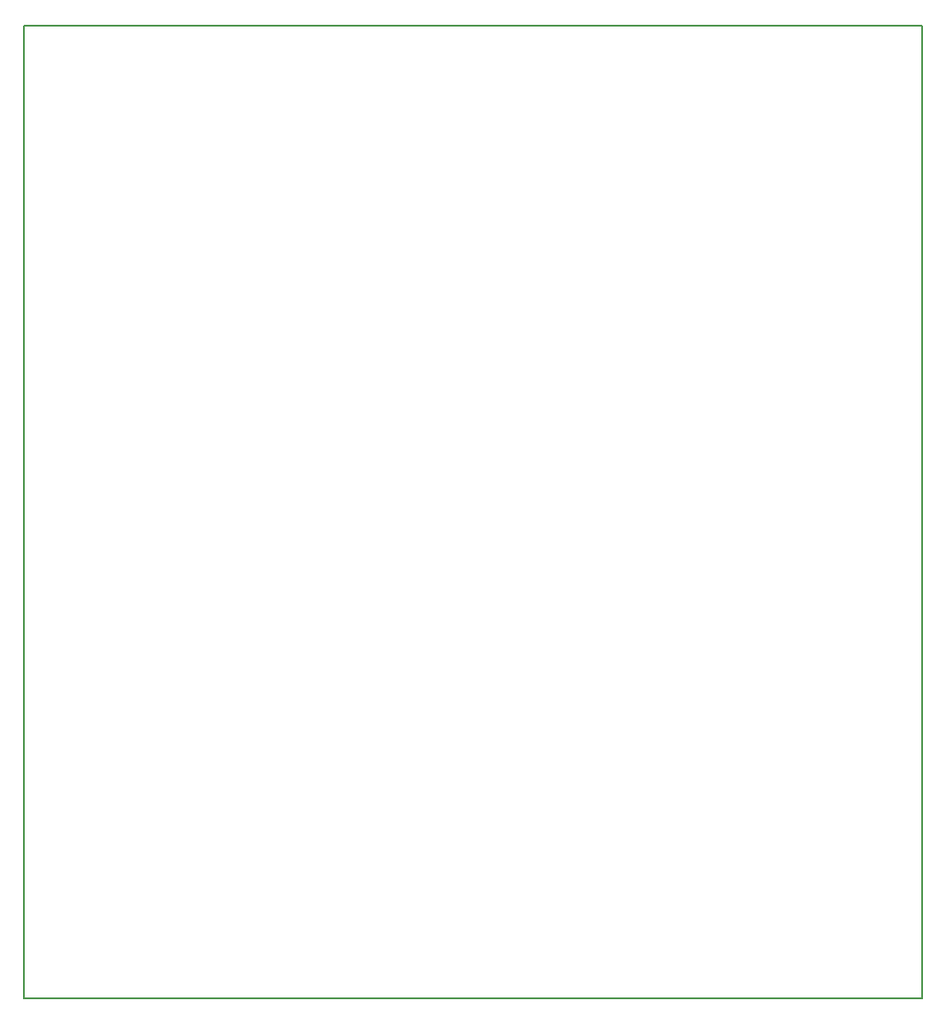
<source format=gm1>
G04 Layer_Color=16711935*
%FSAX25Y25*%
%MOIN*%
G70*
G01*
G75*
%ADD78C,0.00787*%
D78*
X0000000Y0000000D02*
Y0366142D01*
X0338583D01*
Y0000000D02*
Y0366142D01*
X0000000Y0000000D02*
X0338583D01*
M02*

</source>
